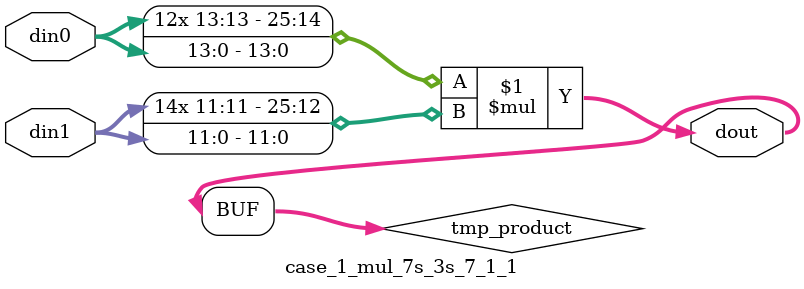
<source format=v>

`timescale 1 ns / 1 ps

 module case_1_mul_7s_3s_7_1_1(din0, din1, dout);
parameter ID = 1;
parameter NUM_STAGE = 0;
parameter din0_WIDTH = 14;
parameter din1_WIDTH = 12;
parameter dout_WIDTH = 26;

input [din0_WIDTH - 1 : 0] din0; 
input [din1_WIDTH - 1 : 0] din1; 
output [dout_WIDTH - 1 : 0] dout;

wire signed [dout_WIDTH - 1 : 0] tmp_product;



























assign tmp_product = $signed(din0) * $signed(din1);








assign dout = tmp_product;





















endmodule

</source>
